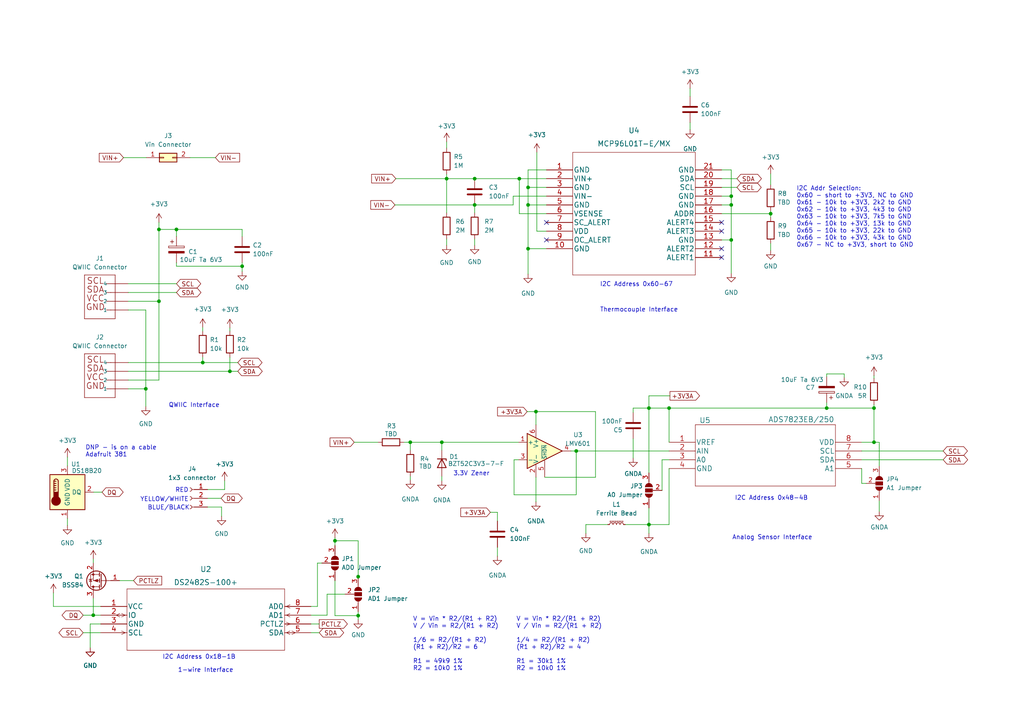
<source format=kicad_sch>
(kicad_sch (version 20211123) (generator eeschema)
  (paper "A4")
  (lib_symbols
    (symbol "+3V3_1" (power) (pin_names (offset 0))
      (property "Value" "+3V3_1" (at 0 3.556 0))
      (symbol "+3V3_1_0_1"
        (polyline (pts (xy -0.762 1.27) (xy 0 2.54)))
        (polyline (pts (xy 0 0) (xy 0 2.54)))
        (polyline (pts (xy 0 2.54) (xy 0.762 1.27)))
      )
      (symbol "+3V3_1_1_1"
        (pin power_in line (at 0 0 90) (length 0) hide (name "+3V3") (number "1"))
      )
    )
    (symbol "+3V3_2" (power) (pin_names (offset 0))
      (property "Value" "+3V3_2" (at 0 3.556 0))
      (symbol "+3V3_2_0_1"
        (polyline (pts (xy -0.762 1.27) (xy 0 2.54)))
        (polyline (pts (xy 0 0) (xy 0 2.54)))
        (polyline (pts (xy 0 2.54) (xy 0.762 1.27)))
      )
      (symbol "+3V3_2_1_1"
        (pin power_in line (at 0 0 90) (length 0) hide (name "+3V3") (number "1"))
      )
    )
    (symbol "+3V3_3" (power) (pin_names (offset 0))
      (property "Value" "+3V3_3" (at 0 3.556 0))
      (symbol "+3V3_3_0_1"
        (polyline (pts (xy -0.762 1.27) (xy 0 2.54)))
        (polyline (pts (xy 0 0) (xy 0 2.54)))
        (polyline (pts (xy 0 2.54) (xy 0.762 1.27)))
      )
      (symbol "+3V3_3_1_1"
        (pin power_in line (at 0 0 90) (length 0) hide (name "+3V3") (number "1"))
      )
    )
    (symbol "+3V3_4" (power) (pin_names (offset 0))
      (property "Value" "+3V3_4" (at 0 3.556 0))
      (symbol "+3V3_4_0_1"
        (polyline (pts (xy -0.762 1.27) (xy 0 2.54)))
        (polyline (pts (xy 0 0) (xy 0 2.54)))
        (polyline (pts (xy 0 2.54) (xy 0.762 1.27)))
      )
      (symbol "+3V3_4_1_1"
        (pin power_in line (at 0 0 90) (length 0) hide (name "+3V3") (number "1"))
      )
    )
    (symbol "+3V3_5" (power) (pin_names (offset 0))
      (property "Value" "+3V3_5" (at 0 3.556 0))
      (symbol "+3V3_5_0_1"
        (polyline (pts (xy -0.762 1.27) (xy 0 2.54)))
        (polyline (pts (xy 0 0) (xy 0 2.54)))
        (polyline (pts (xy 0 2.54) (xy 0.762 1.27)))
      )
      (symbol "+3V3_5_1_1"
        (pin power_in line (at 0 0 90) (length 0) hide (name "+3V3") (number "1"))
      )
    )
    (symbol "Amplifier_Operational:LMV601" (pin_names (offset 0.127))
      (property "Reference" "U" (at 3.81 3.81 0))
      (property "Value" "LMV601" (at 3.81 -3.81 0))
      (symbol "LMV601_0_1"
        (polyline (pts (xy -5.08 5.08) (xy 5.08 0) (xy -5.08 -5.08) (xy -5.08 5.08)) (stroke (width 0.254)) (fill (type background)))
      )
      (symbol "LMV601_1_1"
        (pin input line (at -7.62 2.54 0) (length 2.54) (name "+") (number "1"))
        (pin power_in line (at -2.54 -7.62 90) (length 3.81) (name "V-") (number "2"))
        (pin input line (at -7.62 -2.54 0) (length 2.54) (name "-") (number "3"))
        (pin output line (at 7.62 0 180) (length 2.54) (name "~") (number "4"))
        (pin input line (at 0 -7.62 90) (length 5.08) (name "~{SHDN}") (number "5"))
        (pin power_in line (at -2.54 7.62 270) (length 3.81) (name "V+") (number "6"))
      )
    )
    (symbol "Connector:Conn_01x03_Female" (pin_names (offset 1.016) hide)
      (property "Reference" "J" (at 0 5.08 0))
      (property "Value" "Conn_01x03_Female" (at 0 -5.08 0))
      (symbol "Conn_01x03_Female_1_1"
        (arc (start 0 -2.032) (mid -0.508 -2.54) (end 0 -3.048) (stroke (width 0.1524)))
        (polyline (pts (xy -1.27 -2.54) (xy -0.508 -2.54)) (stroke (width 0.1524)))
        (polyline (pts (xy -1.27 0) (xy -0.508 0)) (stroke (width 0.1524)))
        (polyline (pts (xy -1.27 2.54) (xy -0.508 2.54)) (stroke (width 0.1524)))
        (arc (start 0 0.508) (mid -0.508 0) (end 0 -0.508) (stroke (width 0.1524)))
        (arc (start 0 3.048) (mid -0.508 2.54) (end 0 2.032) (stroke (width 0.1524)))
        (pin passive line (at -5.08 2.54 0) (length 3.81) (name "Pin_1") (number "1"))
        (pin passive line (at -5.08 0 0) (length 3.81) (name "Pin_2") (number "2"))
        (pin passive line (at -5.08 -2.54 0) (length 3.81) (name "Pin_3") (number "3"))
      )
    )
    (symbol "Connector_Generic:Conn_02x01" (pin_names (offset 1.016) hide)
      (property "Reference" "J" (at 1.27 2.54 0))
      (property "Value" "Conn_02x01" (at 1.27 -2.54 0))
      (symbol "Conn_02x01_1_1"
        (rectangle (start -1.27 0.127) (end 0 -0.127) (stroke (width 0.1524)))
        (rectangle (start -1.27 1.27) (end 3.81 -1.27) (stroke (width 0.254)) (fill (type background)))
        (rectangle (start 3.81 0.127) (end 2.54 -0.127) (stroke (width 0.1524)))
        (pin passive line (at -5.08 0 0) (length 3.81) (name "Pin_1") (number "1"))
        (pin passive line (at 7.62 0 180) (length 3.81) (name "Pin_2") (number "2"))
      )
    )
    (symbol "Device:C" (pin_numbers hide) (pin_names (offset 0.254))
      (property "Reference" "C" (at 0.635 2.54 0))
      (property "Value" "C" (at 0.635 -2.54 0))
      (symbol "C_0_1"
        (polyline (pts (xy -2.032 -0.762) (xy 2.032 -0.762)) (stroke (width 0.508)))
        (polyline (pts (xy -2.032 0.762) (xy 2.032 0.762)) (stroke (width 0.508)))
      )
      (symbol "C_1_1"
        (pin passive line (at 0 3.81 270) (length 2.794) (name "~") (number "1"))
        (pin passive line (at 0 -3.81 90) (length 2.794) (name "~") (number "2"))
      )
    )
    (symbol "Device:C_Polarized" (pin_numbers hide) (pin_names (offset 0.254))
      (property "Reference" "C" (at 0.635 2.54 0))
      (property "Value" "C_Polarized" (at 0.635 -2.54 0))
      (symbol "C_Polarized_0_1"
        (rectangle (start -2.286 0.508) (end 2.286 1.016))
        (polyline (pts (xy -1.778 2.286) (xy -0.762 2.286)))
        (polyline (pts (xy -1.27 2.794) (xy -1.27 1.778)))
        (rectangle (start 2.286 -0.508) (end -2.286 -1.016) (fill (type outline)))
      )
      (symbol "C_Polarized_1_1"
        (pin passive line (at 0 3.81 270) (length 2.794) (name "~") (number "1"))
        (pin passive line (at 0 -3.81 90) (length 2.794) (name "~") (number "2"))
      )
    )
    (symbol "Device:D_Zener" (pin_numbers hide) (pin_names (offset 1.016) hide)
      (property "Reference" "D" (at 0 2.54 0))
      (property "Value" "D_Zener" (at 0 -2.54 0))
      (symbol "D_Zener_0_1"
        (polyline (pts (xy 1.27 0) (xy -1.27 0)))
        (polyline (pts (xy -1.27 -1.27) (xy -1.27 1.27) (xy -0.762 1.27)) (stroke (width 0.254)))
        (polyline (pts (xy 1.27 -1.27) (xy 1.27 1.27) (xy -1.27 0) (xy 1.27 -1.27)) (stroke (width 0.254)))
      )
      (symbol "D_Zener_1_1"
        (pin passive line (at -3.81 0 0) (length 2.54) (name "K") (number "1"))
        (pin passive line (at 3.81 0 180) (length 2.54) (name "A") (number "2"))
      )
    )
    (symbol "Device:L_Ferrite_Small" (pin_numbers hide) (pin_names (offset 0.254) hide)
      (property "Reference" "L" (at 1.27 1.016 0))
      (property "Value" "L_Ferrite_Small" (at 1.27 -1.27 0))
      (symbol "L_Ferrite_Small_0_1"
        (arc (start 0 -2.032) (mid 0.508 -1.524) (end 0 -1.016))
        (arc (start 0 -1.016) (mid 0.508 -0.508) (end 0 0))
        (polyline (pts (xy 0.762 -1.905) (xy 0.762 -1.651)))
        (polyline (pts (xy 0.762 -1.397) (xy 0.762 -1.143)))
        (polyline (pts (xy 0.762 -0.889) (xy 0.762 -0.635)))
        (polyline (pts (xy 0.762 -0.381) (xy 0.762 -0.127)))
        (polyline (pts (xy 0.762 0.127) (xy 0.762 0.381)))
        (polyline (pts (xy 0.762 0.635) (xy 0.762 0.889)))
        (polyline (pts (xy 0.762 1.143) (xy 0.762 1.397)))
        (polyline (pts (xy 0.762 1.651) (xy 0.762 1.905)))
        (polyline (pts (xy 1.016 -1.651) (xy 1.016 -1.905)))
        (polyline (pts (xy 1.016 -1.143) (xy 1.016 -1.397)))
        (polyline (pts (xy 1.016 -0.635) (xy 1.016 -0.889)))
        (polyline (pts (xy 1.016 -0.127) (xy 1.016 -0.381)))
        (polyline (pts (xy 1.016 0.381) (xy 1.016 0.127)))
        (polyline (pts (xy 1.016 0.889) (xy 1.016 0.635)))
        (polyline (pts (xy 1.016 1.397) (xy 1.016 1.143)))
        (polyline (pts (xy 1.016 1.905) (xy 1.016 1.651)))
        (arc (start 0 0) (mid 0.508 0.508) (end 0 1.016))
        (arc (start 0 1.016) (mid 0.508 1.524) (end 0 2.032))
      )
      (symbol "L_Ferrite_Small_1_1"
        (pin passive line (at 0 2.54 270) (length 0.508) (name "~") (number "1"))
        (pin passive line (at 0 -2.54 90) (length 0.508) (name "~") (number "2"))
      )
    )
    (symbol "Device:R" (pin_numbers hide) (pin_names (offset 0))
      (property "Reference" "R" (at 2.032 0 90))
      (property "Value" "R" (at 0 0 90))
      (symbol "R_0_1"
        (rectangle (start -1.016 -2.54) (end 1.016 2.54) (stroke (width 0.254)))
      )
      (symbol "R_1_1"
        (pin passive line (at 0 3.81 270) (length 1.27) (name "~") (number "1"))
        (pin passive line (at 0 -3.81 90) (length 1.27) (name "~") (number "2"))
      )
    )
    (symbol "GND_1" (power) (pin_names (offset 0))
      (property "Value" "GND_1" (at 0 -3.81 0))
      (symbol "GND_1_0_1"
        (polyline (pts (xy 0 0) (xy 0 -1.27) (xy 1.27 -1.27) (xy 0 -2.54) (xy -1.27 -1.27) (xy 0 -1.27)))
      )
      (symbol "GND_1_1_1"
        (pin power_in line (at 0 0 270) (length 0) hide (name "GND") (number "1"))
      )
    )
    (symbol "GND_2" (power) (pin_names (offset 0))
      (property "Value" "GND_2" (at 0 -3.81 0))
      (symbol "GND_2_0_1"
        (polyline (pts (xy 0 0) (xy 0 -1.27) (xy 1.27 -1.27) (xy 0 -2.54) (xy -1.27 -1.27) (xy 0 -1.27)))
      )
      (symbol "GND_2_1_1"
        (pin power_in line (at 0 0 270) (length 0) hide (name "GND") (number "1"))
      )
    )
    (symbol "GND_3" (power) (pin_names (offset 0))
      (property "Value" "GND_3" (at 0 -3.81 0))
      (symbol "GND_3_0_1"
        (polyline (pts (xy 0 0) (xy 0 -1.27) (xy 1.27 -1.27) (xy 0 -2.54) (xy -1.27 -1.27) (xy 0 -1.27)))
      )
      (symbol "GND_3_1_1"
        (pin power_in line (at 0 0 270) (length 0) hide (name "GND") (number "1"))
      )
    )
    (symbol "GND_4" (power) (pin_names (offset 0))
      (property "Value" "GND_4" (at 0 -3.81 0))
      (symbol "GND_4_0_1"
        (polyline (pts (xy 0 0) (xy 0 -1.27) (xy 1.27 -1.27) (xy 0 -2.54) (xy -1.27 -1.27) (xy 0 -1.27)))
      )
      (symbol "GND_4_1_1"
        (pin power_in line (at 0 0 270) (length 0) hide (name "GND") (number "1"))
      )
    )
    (symbol "Jumper:SolderJumper_3_Open" (pin_names (offset 0) hide)
      (property "Reference" "JP" (at -2.54 -2.54 0))
      (property "Value" "SolderJumper_3_Open" (at 0 2.794 0))
      (symbol "SolderJumper_3_Open_0_1"
        (arc (start -1.016 1.016) (mid -2.032 0) (end -1.016 -1.016))
        (arc (start -1.016 1.016) (mid -2.032 0) (end -1.016 -1.016) (fill (type outline)))
        (rectangle (start -0.508 1.016) (end 0.508 -1.016) (fill (type outline)))
        (polyline (pts (xy -2.54 0) (xy -2.032 0)))
        (polyline (pts (xy -1.016 1.016) (xy -1.016 -1.016)))
        (polyline (pts (xy 0 -1.27) (xy 0 -1.016)))
        (polyline (pts (xy 1.016 1.016) (xy 1.016 -1.016)))
        (polyline (pts (xy 2.54 0) (xy 2.032 0)))
        (arc (start 1.016 -1.016) (mid 2.032 0) (end 1.016 1.016))
        (arc (start 1.016 -1.016) (mid 2.032 0) (end 1.016 1.016) (fill (type outline)))
      )
      (symbol "SolderJumper_3_Open_1_1"
        (pin passive line (at -5.08 0 0) (length 2.54) (name "A") (number "1"))
        (pin passive line (at 0 -3.81 90) (length 2.54) (name "C") (number "2"))
        (pin passive line (at 5.08 0 180) (length 2.54) (name "B") (number "3"))
      )
    )
    (symbol "Sensor_Temperature:DS18B20" (pin_names (offset 1.016))
      (property "Reference" "U" (at -3.81 6.35 0))
      (property "Value" "DS18B20" (at 6.35 6.35 0))
      (symbol "DS18B20_0_1"
        (rectangle (start -5.08 5.08) (end 5.08 -5.08) (stroke (width 0.254)) (fill (type background)))
        (circle (center -3.302 -2.54) (radius 1.27) (stroke (width 0.254)) (fill (type outline)))
        (rectangle (start -2.667 -1.905) (end -3.937 0) (stroke (width 0.254)) (fill (type outline)))
        (arc (start -2.667 3.175) (mid -3.302 3.81) (end -3.937 3.175) (stroke (width 0.254)))
        (polyline (pts (xy -3.937 0.635) (xy -3.302 0.635)) (stroke (width 0.254)))
        (polyline (pts (xy -3.937 1.27) (xy -3.302 1.27)) (stroke (width 0.254)))
        (polyline (pts (xy -3.937 1.905) (xy -3.302 1.905)) (stroke (width 0.254)))
        (polyline (pts (xy -3.937 2.54) (xy -3.302 2.54)) (stroke (width 0.254)))
        (polyline (pts (xy -3.937 3.175) (xy -3.937 0)) (stroke (width 0.254)))
        (polyline (pts (xy -3.937 3.175) (xy -3.302 3.175)) (stroke (width 0.254)))
        (polyline (pts (xy -2.667 3.175) (xy -2.667 0)) (stroke (width 0.254)))
      )
      (symbol "DS18B20_1_1"
        (pin power_in line (at 0 -7.62 90) (length 2.54) (name "GND") (number "1"))
        (pin bidirectional line (at 7.62 0 180) (length 2.54) (name "DQ") (number "2"))
        (pin power_in line (at 0 7.62 270) (length 2.54) (name "VDD") (number "3"))
      )
    )
    (symbol "SparkFun-Connectors:I2C_STANDARD" (pin_numbers hide) (pin_names (offset 1.016))
      (property "Reference" "J" (at -2.54 13.462 0))
      (property "Value" "I2C_STANDARD" (at -2.54 -2.54 0))
      (symbol "I2C_STANDARD_1_0"
        (polyline (pts (xy -2.54 12.7) (xy -2.54 0)))
        (polyline (pts (xy -2.54 12.7) (xy 6.35 12.7)))
        (polyline (pts (xy 3.81 2.54) (xy 5.08 2.54)))
        (polyline (pts (xy 3.81 5.08) (xy 5.08 5.08)))
        (polyline (pts (xy 3.81 7.62) (xy 5.08 7.62)))
        (polyline (pts (xy 3.81 10.16) (xy 5.08 10.16)))
        (polyline (pts (xy 6.35 0) (xy -2.54 0)))
        (polyline (pts (xy 6.35 0) (xy 6.35 12.7)))
        (text "GND" (at 0.635 3.429 0) (effects (font (size 1.778 1.778))))
        (text "SCL" (at 0.635 11.049 0) (effects (font (size 1.778 1.778))))
        (text "SDA" (at 0.635 8.509 0) (effects (font (size 1.778 1.778))))
        (text "VCC" (at 0.635 5.969 0) (effects (font (size 1.778 1.778))))
      )
      (symbol "I2C_STANDARD_1_1"
        (pin passive line (at 10.16 2.54 180) (length 5.08) (name "1") (number "1"))
        (pin passive line (at 10.16 5.08 180) (length 5.08) (name "2") (number "2"))
        (pin passive line (at 10.16 7.62 180) (length 5.08) (name "3") (number "3"))
        (pin passive line (at 10.16 10.16 180) (length 5.08) (name "4") (number "4"))
      )
    )
    (symbol "Transistor_FET:BSS84" (pin_names hide)
      (property "Reference" "Q" (at 5.08 1.905 0))
      (property "Value" "BSS84" (at 5.08 0 0))
      (symbol "BSS84_0_1"
        (polyline (pts (xy 0.254 0) (xy -2.54 0)))
        (polyline (pts (xy 0.254 1.905) (xy 0.254 -1.905)) (stroke (width 0.254)))
        (polyline (pts (xy 0.762 -1.27) (xy 0.762 -2.286)) (stroke (width 0.254)))
        (polyline (pts (xy 0.762 0.508) (xy 0.762 -0.508)) (stroke (width 0.254)))
        (polyline (pts (xy 0.762 2.286) (xy 0.762 1.27)) (stroke (width 0.254)))
        (polyline (pts (xy 2.54 2.54) (xy 2.54 1.778)))
        (polyline (pts (xy 2.54 -2.54) (xy 2.54 0) (xy 0.762 0)))
        (polyline (pts (xy 0.762 1.778) (xy 3.302 1.778) (xy 3.302 -1.778) (xy 0.762 -1.778)))
        (polyline (pts (xy 2.286 0) (xy 1.27 0.381) (xy 1.27 -0.381) (xy 2.286 0)) (fill (type outline)))
        (polyline (pts (xy 2.794 -0.508) (xy 2.921 -0.381) (xy 3.683 -0.381) (xy 3.81 -0.254)))
        (polyline (pts (xy 3.302 -0.381) (xy 2.921 0.254) (xy 3.683 0.254) (xy 3.302 -0.381)))
        (circle (center 1.651 0) (radius 2.794) (stroke (width 0.254)))
        (circle (center 2.54 -1.778) (radius 0.254) (fill (type outline)))
        (circle (center 2.54 1.778) (radius 0.254) (fill (type outline)))
      )
      (symbol "BSS84_1_1"
        (pin input line (at -5.08 0 0) (length 2.54) (name "G") (number "1"))
        (pin passive line (at 2.54 -5.08 90) (length 2.54) (name "S") (number "2"))
        (pin passive line (at 2.54 5.08 270) (length 2.54) (name "D") (number "3"))
      )
    )
    (symbol "UltraLibrarian:ADS7823EB{brace}slash}250" (pin_names (offset 0.254))
      (property "Reference" "U" (at 27.94 10.16 0))
      (property "Value" "ADS7823EB{brace}slash}250" (at 27.94 7.62 0))
      (symbol "ADS7823EB{brace}slash}250_1_1"
        (polyline (pts (xy 7.62 -12.7) (xy 48.26 -12.7)) (stroke (width 0.127)))
        (polyline (pts (xy 7.62 5.08) (xy 7.62 -12.7)) (stroke (width 0.127)))
        (polyline (pts (xy 48.26 -12.7) (xy 48.26 5.08)) (stroke (width 0.127)))
        (polyline (pts (xy 48.26 5.08) (xy 7.62 5.08)) (stroke (width 0.127)))
        (pin input line (at 0 0 0) (length 7.62) (name "VREF") (number "1"))
        (pin input line (at 0 -2.54 0) (length 7.62) (name "AIN") (number "2"))
        (pin unspecified line (at 0 -5.08 0) (length 7.62) (name "A0") (number "3"))
        (pin power_in line (at 0 -7.62 0) (length 7.62) (name "GND") (number "4"))
        (pin unspecified line (at 55.88 -7.62 180) (length 7.62) (name "A1") (number "5"))
        (pin unspecified line (at 55.88 -5.08 180) (length 7.62) (name "SDA") (number "6"))
        (pin unspecified line (at 55.88 -2.54 180) (length 7.62) (name "SCL") (number "7"))
        (pin power_in line (at 55.88 0 180) (length 7.62) (name "VDD") (number "8"))
      )
    )
    (symbol "UltraLibrarian:DS2482S-100+" (pin_names (offset 0.254))
      (property "Reference" "U" (at 30.48 10.16 0))
      (property "Value" "DS2482S-100+" (at 30.48 7.62 0))
      (symbol "DS2482S-100+_1_1"
        (polyline (pts (xy 5.5372 -3.048) (xy 4.4958 -2.54)) (stroke (width 0.127)))
        (polyline (pts (xy 5.5372 -2.032) (xy 4.4958 -2.54)) (stroke (width 0.127)))
        (polyline (pts (xy 7.112 -7.62) (xy 6.0452 -8.128)) (stroke (width 0.127)))
        (polyline (pts (xy 7.112 -7.62) (xy 6.0452 -7.112)) (stroke (width 0.127)))
        (polyline (pts (xy 7.112 -2.54) (xy 6.0452 -3.048)) (stroke (width 0.127)))
        (polyline (pts (xy 7.112 -2.54) (xy 6.0452 -2.032)) (stroke (width 0.127)))
        (polyline (pts (xy 7.62 -12.7) (xy 53.34 -12.7)) (stroke (width 0.127)))
        (polyline (pts (xy 7.62 5.08) (xy 7.62 -12.7)) (stroke (width 0.127)))
        (polyline (pts (xy 53.34 -12.7) (xy 53.34 5.08)) (stroke (width 0.127)))
        (polyline (pts (xy 53.34 5.08) (xy 7.62 5.08)) (stroke (width 0.127)))
        (polyline (pts (xy 53.848 -7.62) (xy 54.9148 -8.128)) (stroke (width 0.127)))
        (polyline (pts (xy 53.848 -7.62) (xy 54.9148 -7.112)) (stroke (width 0.127)))
        (polyline (pts (xy 53.848 -5.588) (xy 54.9148 -5.08)) (stroke (width 0.127)))
        (polyline (pts (xy 53.848 -4.572) (xy 54.9148 -5.08)) (stroke (width 0.127)))
        (polyline (pts (xy 53.848 -2.54) (xy 54.9148 -3.048)) (stroke (width 0.127)))
        (polyline (pts (xy 53.848 -2.54) (xy 54.9148 -2.032)) (stroke (width 0.127)))
        (polyline (pts (xy 53.848 0) (xy 54.9148 -0.508)) (stroke (width 0.127)))
        (polyline (pts (xy 53.848 0) (xy 54.9148 0.508)) (stroke (width 0.127)))
        (polyline (pts (xy 55.4228 -8.128) (xy 56.4642 -7.62)) (stroke (width 0.127)))
        (polyline (pts (xy 55.4228 -7.112) (xy 56.4642 -7.62)) (stroke (width 0.127)))
        (pin power_in line (at 0 0 0) (length 7.62) (name "VCC") (number "1"))
        (pin bidirectional line (at 0 -2.54 0) (length 7.62) (name "IO") (number "2"))
        (pin power_in line (at 0 -5.08 0) (length 7.62) (name "GND") (number "3"))
        (pin input line (at 0 -7.62 0) (length 7.62) (name "SCL") (number "4"))
        (pin bidirectional line (at 60.96 -7.62 180) (length 7.62) (name "SDA") (number "5"))
        (pin output line (at 60.96 -5.08 180) (length 7.62) (name "PCTLZ") (number "6"))
        (pin input line (at 60.96 -2.54 180) (length 7.62) (name "AD1") (number "7"))
        (pin input line (at 60.96 0 180) (length 7.62) (name "AD0") (number "8"))
      )
    )
    (symbol "UltraLibrarian:MCP96L01T-E{brace}slash}MX" (pin_names (offset 0.254))
      (property "Reference" "U" (at 25.4 10.16 0))
      (property "Value" "MCP96L01T-E{brace}slash}MX" (at 25.4 7.62 0))
      (symbol "MCP96L01T-E{brace}slash}MX_1_1"
        (polyline (pts (xy 7.62 -30.48) (xy 43.18 -30.48)) (stroke (width 0.127)))
        (polyline (pts (xy 7.62 5.08) (xy 7.62 -30.48)) (stroke (width 0.127)))
        (polyline (pts (xy 43.18 -30.48) (xy 43.18 5.08)) (stroke (width 0.127)))
        (polyline (pts (xy 43.18 5.08) (xy 7.62 5.08)) (stroke (width 0.127)))
        (pin power_in line (at 0 0 0) (length 7.62) (name "GND") (number "1"))
        (pin power_in line (at 0 -22.86 0) (length 7.62) (name "GND") (number "10"))
        (pin output line (at 50.8 -25.4 180) (length 7.62) (name "ALERT1") (number "11"))
        (pin output line (at 50.8 -22.86 180) (length 7.62) (name "ALERT2") (number "12"))
        (pin power_in line (at 50.8 -20.32 180) (length 7.62) (name "GND") (number "13"))
        (pin output line (at 50.8 -17.78 180) (length 7.62) (name "ALERT3") (number "14"))
        (pin output line (at 50.8 -15.24 180) (length 7.62) (name "ALERT4") (number "15"))
        (pin input line (at 50.8 -12.7 180) (length 7.62) (name "ADDR") (number "16"))
        (pin power_in line (at 50.8 -10.16 180) (length 7.62) (name "GND") (number "17"))
        (pin power_in line (at 50.8 -7.62 180) (length 7.62) (name "GND") (number "18"))
        (pin input line (at 50.8 -5.08 180) (length 7.62) (name "SCL") (number "19"))
        (pin input line (at 0 -2.54 0) (length 7.62) (name "VIN+") (number "2"))
        (pin bidirectional line (at 50.8 -2.54 180) (length 7.62) (name "SDA") (number "20"))
        (pin power_in line (at 50.8 0 180) (length 7.62) (name "GND") (number "21"))
        (pin power_in line (at 0 -5.08 0) (length 7.62) (name "GND") (number "3"))
        (pin input line (at 0 -7.62 0) (length 7.62) (name "VIN-") (number "4"))
        (pin power_in line (at 0 -10.16 0) (length 7.62) (name "GND") (number "5"))
        (pin input line (at 0 -12.7 0) (length 7.62) (name "VSENSE") (number "6"))
        (pin output line (at 0 -15.24 0) (length 7.62) (name "SC_ALERT") (number "7"))
        (pin power_in line (at 0 -17.78 0) (length 7.62) (name "VDD") (number "8"))
        (pin output line (at 0 -20.32 0) (length 7.62) (name "OC_ALERT") (number "9"))
      )
    )
    (symbol "power:+3V3" (power) (pin_names (offset 0))
      (property "Value" "+3V3" (at 0 3.556 0))
      (symbol "+3V3_0_1"
        (polyline (pts (xy -0.762 1.27) (xy 0 2.54)))
        (polyline (pts (xy 0 0) (xy 0 2.54)))
        (polyline (pts (xy 0 2.54) (xy 0.762 1.27)))
      )
      (symbol "+3V3_1_1"
        (pin power_in line (at 0 0 90) (length 0) hide (name "+3V3") (number "1"))
      )
    )
    (symbol "power:GND" (power) (pin_names (offset 0))
      (property "Value" "GND" (at 0 -3.81 0))
      (symbol "GND_0_1"
        (polyline (pts (xy 0 0) (xy 0 -1.27) (xy 1.27 -1.27) (xy 0 -2.54) (xy -1.27 -1.27) (xy 0 -1.27)))
      )
      (symbol "GND_1_1"
        (pin power_in line (at 0 0 270) (length 0) hide (name "GND") (number "1"))
      )
    )
    (symbol "power:GNDA" (power) (pin_names (offset 0))
      (property "Value" "GNDA" (at 0 -3.81 0))
      (symbol "GNDA_0_1"
        (polyline (pts (xy 0 0) (xy 0 -1.27) (xy 1.27 -1.27) (xy 0 -2.54) (xy -1.27 -1.27) (xy 0 -1.27)))
      )
      (symbol "GNDA_1_1"
        (pin power_in line (at 0 0 270) (length 0) hide (name "GNDA") (number "1"))
      )
    )
  )
  (junction (at 223.52 61.976))
  (junction (at 239.776 118.364))
  (junction (at 103.886 167.259))
  (junction (at 137.668 59.436))
  (junction (at 253.492 118.364))
  (junction (at 212.09 69.596))
  (junction (at 70.231 77.216))
  (junction (at 212.09 59.436))
  (junction (at 46.101 66.548))
  (junction (at 194.056 118.364))
  (junction (at 188.214 152.146))
  (junction (at 253.492 128.27))
  (junction (at 153.162 59.436))
  (junction (at 167.132 130.81))
  (junction (at 153.162 72.136))
  (junction (at 97.155 156.845))
  (junction (at 150.622 51.816))
  (junction (at 129.54 51.816))
  (junction (at 42.291 112.776))
  (junction (at 118.999 128.27))
  (junction (at 153.162 54.356))
  (junction (at 137.668 51.816))
  (junction (at 51.181 66.548))
  (junction (at 128.143 128.27))
  (junction (at 212.09 56.896))
  (junction (at 58.801 105.156))
  (junction (at 46.101 87.376))
  (junction (at 103.886 178.562))
  (junction (at 27.051 178.435))
  (junction (at 155.448 119.38))
  (junction (at 66.675 107.696))
  (junction (at 188.214 118.364))
  (no_connect (at 158.496 64.516))
  (no_connect (at 158.496 69.596))
  (no_connect (at 209.296 67.056))
  (no_connect (at 209.296 74.676))
  (no_connect (at 209.296 64.516))
  (no_connect (at 209.296 72.136))
  (wire (pts (xy 118.999 128.27) (xy 118.999 130.556)))
  (wire (pts (xy 27.178 142.748) (xy 29.591 142.748)))
  (wire (pts (xy 42.291 112.776) (xy 42.291 89.916)))
  (wire (pts (xy 26.162 187.833) (xy 26.162 180.975)))
  (wire (pts (xy 158.496 59.436) (xy 153.162 59.436)))
  (wire (pts (xy 103.886 167.513) (xy 103.886 167.259)))
  (wire (pts (xy 118.999 128.27) (xy 128.143 128.27)))
  (wire (pts (xy 137.668 61.722) (xy 137.668 59.436)))
  (wire (pts (xy 15.494 171.958) (xy 15.494 175.895)))
  (wire (pts (xy 212.09 69.596) (xy 209.296 69.596)))
  (wire (pts (xy 212.09 49.276) (xy 212.09 56.896)))
  (wire (pts (xy 183.642 119.634) (xy 183.642 118.364)))
  (wire (pts (xy 209.296 54.356) (xy 213.741 54.356)))
  (wire (pts (xy 172.72 138.43) (xy 157.988 138.43)))
  (wire (pts (xy 150.622 61.976) (xy 150.622 51.816)))
  (wire (pts (xy 152.908 119.38) (xy 155.448 119.38)))
  (wire (pts (xy 239.776 116.84) (xy 239.776 118.364)))
  (wire (pts (xy 55.118 45.72) (xy 62.484 45.72)))
  (wire (pts (xy 153.162 49.276) (xy 153.162 54.356)))
  (wire (pts (xy 239.776 108.458) (xy 244.856 108.458)))
  (wire (pts (xy 70.231 66.548) (xy 70.231 68.58)))
  (wire (pts (xy 70.231 77.216) (xy 70.231 78.74)))
  (wire (pts (xy 188.214 114.808) (xy 188.214 118.364)))
  (wire (pts (xy 103.886 167.259) (xy 103.886 156.845)))
  (wire (pts (xy 249.936 128.27) (xy 253.492 128.27)))
  (wire (pts (xy 169.926 154.686) (xy 169.926 152.146)))
  (wire (pts (xy 90.17 183.515) (xy 92.583 183.515)))
  (wire (pts (xy 192.024 142.24) (xy 192.024 133.35)))
  (wire (pts (xy 142.24 148.59) (xy 144.272 148.59)))
  (wire (pts (xy 137.668 51.816) (xy 150.622 51.816)))
  (wire (pts (xy 144.272 158.75) (xy 144.272 161.29)))
  (wire (pts (xy 66.675 95.123) (xy 66.675 96.012)))
  (wire (pts (xy 60.198 141.986) (xy 65.151 141.986)))
  (wire (pts (xy 144.272 148.59) (xy 144.272 151.13)))
  (wire (pts (xy 158.496 49.276) (xy 153.162 49.276)))
  (wire (pts (xy 92.075 163.322) (xy 93.345 163.322)))
  (wire (pts (xy 35.814 45.72) (xy 42.418 45.72)))
  (wire (pts (xy 26.162 180.975) (xy 29.21 180.975)))
  (wire (pts (xy 137.668 69.342) (xy 137.668 71.12)))
  (wire (pts (xy 155.702 44.196) (xy 155.702 67.056)))
  (wire (pts (xy 150.622 51.816) (xy 158.496 51.816)))
  (wire (pts (xy 194.056 118.364) (xy 239.776 118.364)))
  (wire (pts (xy 223.52 50.419) (xy 223.52 53.594)))
  (wire (pts (xy 128.143 128.27) (xy 128.143 130.556)))
  (wire (pts (xy 188.214 147.32) (xy 188.214 152.146)))
  (wire (pts (xy 153.162 72.136) (xy 158.496 72.136)))
  (wire (pts (xy 253.492 118.364) (xy 253.492 128.27)))
  (wire (pts (xy 153.162 54.356) (xy 153.162 59.436)))
  (wire (pts (xy 148.844 56.896) (xy 148.844 59.436)))
  (wire (pts (xy 90.17 178.435) (xy 94.869 178.435)))
  (wire (pts (xy 255.016 135.128) (xy 255.016 128.27)))
  (wire (pts (xy 19.558 150.368) (xy 19.558 152.4)))
  (wire (pts (xy 97.155 178.562) (xy 103.886 178.562)))
  (wire (pts (xy 212.09 56.896) (xy 212.09 59.436)))
  (wire (pts (xy 129.54 41.148) (xy 129.54 42.926)))
  (wire (pts (xy 58.801 105.156) (xy 68.961 105.156)))
  (wire (pts (xy 155.448 119.38) (xy 155.448 123.19)))
  (wire (pts (xy 46.101 66.548) (xy 51.181 66.548)))
  (wire (pts (xy 249.936 135.89) (xy 249.936 140.208)))
  (wire (pts (xy 97.155 156.845) (xy 103.886 156.845)))
  (wire (pts (xy 167.132 143.51) (xy 167.132 130.81)))
  (wire (pts (xy 149.098 143.51) (xy 167.132 143.51)))
  (wire (pts (xy 51.181 66.548) (xy 51.181 68.58)))
  (wire (pts (xy 34.671 168.402) (xy 38.735 168.402)))
  (wire (pts (xy 46.101 64.516) (xy 46.101 66.548)))
  (wire (pts (xy 97.155 155.956) (xy 97.155 156.845)))
  (wire (pts (xy 149.098 133.35) (xy 149.098 143.51)))
  (wire (pts (xy 167.132 130.81) (xy 194.056 130.81)))
  (wire (pts (xy 129.54 51.816) (xy 137.668 51.816)))
  (wire (pts (xy 209.296 56.896) (xy 212.09 56.896)))
  (wire (pts (xy 155.448 119.38) (xy 172.72 119.38)))
  (wire (pts (xy 212.09 69.596) (xy 212.09 59.436)))
  (wire (pts (xy 103.886 178.562) (xy 103.886 179.705)))
  (wire (pts (xy 209.296 61.976) (xy 223.52 61.976)))
  (wire (pts (xy 90.17 175.895) (xy 92.075 175.895)))
  (wire (pts (xy 37.211 107.696) (xy 66.675 107.696)))
  (wire (pts (xy 194.056 135.89) (xy 194.056 152.146)))
  (wire (pts (xy 37.211 84.836) (xy 51.181 84.836)))
  (wire (pts (xy 253.492 117.348) (xy 253.492 118.364)))
  (wire (pts (xy 169.926 152.146) (xy 176.276 152.146)))
  (wire (pts (xy 128.143 138.176) (xy 128.143 139.446)))
  (wire (pts (xy 223.52 61.976) (xy 223.52 62.992)))
  (wire (pts (xy 158.496 61.976) (xy 150.622 61.976)))
  (wire (pts (xy 103.886 177.419) (xy 103.886 178.562)))
  (wire (pts (xy 117.221 128.27) (xy 118.999 128.27)))
  (wire (pts (xy 155.448 138.43) (xy 155.448 145.542)))
  (wire (pts (xy 97.155 156.845) (xy 97.155 158.242)))
  (wire (pts (xy 24.13 183.515) (xy 29.21 183.515)))
  (wire (pts (xy 249.936 130.81) (xy 273.558 130.81)))
  (wire (pts (xy 94.869 178.435) (xy 94.869 172.339)))
  (wire (pts (xy 137.668 59.436) (xy 148.844 59.436)))
  (wire (pts (xy 212.09 59.436) (xy 209.296 59.436)))
  (wire (pts (xy 27.051 173.482) (xy 27.051 178.435)))
  (wire (pts (xy 158.496 54.356) (xy 153.162 54.356)))
  (wire (pts (xy 97.155 168.402) (xy 97.155 178.562)))
  (wire (pts (xy 255.016 128.27) (xy 253.492 128.27)))
  (wire (pts (xy 58.801 103.632) (xy 58.801 105.156)))
  (wire (pts (xy 29.21 175.895) (xy 15.494 175.895)))
  (wire (pts (xy 65.151 141.986) (xy 65.151 139.446)))
  (wire (pts (xy 94.869 172.339) (xy 100.076 172.339)))
  (wire (pts (xy 194.31 114.808) (xy 188.214 114.808)))
  (wire (pts (xy 255.016 145.288) (xy 255.016 148.336)))
  (wire (pts (xy 129.54 69.342) (xy 129.54 71.12)))
  (wire (pts (xy 223.52 70.612) (xy 223.52 72.644)))
  (wire (pts (xy 129.54 50.546) (xy 129.54 51.816)))
  (wire (pts (xy 42.291 117.856) (xy 42.291 112.776)))
  (wire (pts (xy 153.162 59.436) (xy 153.162 72.136)))
  (wire (pts (xy 64.262 147.066) (xy 64.262 149.733)))
  (wire (pts (xy 37.211 110.236) (xy 46.101 110.236)))
  (wire (pts (xy 60.198 147.066) (xy 64.262 147.066)))
  (wire (pts (xy 70.231 76.2) (xy 70.231 77.216)))
  (wire (pts (xy 165.608 130.81) (xy 167.132 130.81)))
  (wire (pts (xy 129.54 51.816) (xy 129.54 61.722)))
  (wire (pts (xy 158.496 56.896) (xy 148.844 56.896)))
  (wire (pts (xy 209.296 49.276) (xy 212.09 49.276)))
  (wire (pts (xy 102.743 128.27) (xy 109.601 128.27)))
  (wire (pts (xy 118.999 138.176) (xy 118.999 139.192)))
  (wire (pts (xy 212.09 79.248) (xy 212.09 69.596)))
  (wire (pts (xy 209.296 51.816) (xy 213.741 51.816)))
  (wire (pts (xy 90.17 180.975) (xy 92.583 180.975)))
  (wire (pts (xy 42.291 89.916) (xy 37.211 89.916)))
  (wire (pts (xy 51.181 66.548) (xy 70.231 66.548)))
  (wire (pts (xy 239.776 109.22) (xy 239.776 108.458)))
  (wire (pts (xy 181.356 152.146) (xy 188.214 152.146)))
  (wire (pts (xy 239.776 118.364) (xy 253.492 118.364)))
  (wire (pts (xy 37.211 112.776) (xy 42.291 112.776)))
  (wire (pts (xy 51.181 77.216) (xy 70.231 77.216)))
  (wire (pts (xy 200.152 25.654) (xy 200.152 27.94)))
  (wire (pts (xy 244.856 108.458) (xy 244.856 109.474)))
  (wire (pts (xy 46.101 110.236) (xy 46.101 87.376)))
  (wire (pts (xy 66.675 107.696) (xy 68.961 107.696)))
  (wire (pts (xy 194.056 152.146) (xy 188.214 152.146)))
  (wire (pts (xy 114.554 59.436) (xy 137.668 59.436)))
  (wire (pts (xy 19.558 132.588) (xy 19.558 135.128)))
  (wire (pts (xy 37.211 87.376) (xy 46.101 87.376)))
  (wire (pts (xy 128.143 128.27) (xy 150.368 128.27)))
  (wire (pts (xy 200.152 35.56) (xy 200.152 37.592)))
  (wire (pts (xy 192.024 133.35) (xy 194.056 133.35)))
  (wire (pts (xy 249.936 140.208) (xy 251.206 140.208)))
  (wire (pts (xy 183.642 127.254) (xy 183.642 132.842)))
  (wire (pts (xy 188.214 118.364) (xy 194.056 118.364)))
  (wire (pts (xy 194.056 118.364) (xy 194.056 128.27)))
  (wire (pts (xy 249.936 133.35) (xy 273.558 133.35)))
  (wire (pts (xy 253.492 108.966) (xy 253.492 109.728)))
  (wire (pts (xy 37.211 105.156) (xy 58.801 105.156)))
  (wire (pts (xy 27.051 178.435) (xy 29.21 178.435)))
  (wire (pts (xy 223.52 61.214) (xy 223.52 61.976)))
  (wire (pts (xy 51.181 76.2) (xy 51.181 77.216)))
  (wire (pts (xy 66.675 103.632) (xy 66.675 107.696)))
  (wire (pts (xy 92.075 175.895) (xy 92.075 163.322)))
  (wire (pts (xy 183.642 118.364) (xy 188.214 118.364)))
  (wire (pts (xy 60.198 144.526) (xy 64.135 144.526)))
  (wire (pts (xy 129.54 51.816) (xy 114.808 51.816)))
  (wire (pts (xy 24.13 178.435) (xy 27.051 178.435)))
  (wire (pts (xy 155.702 67.056) (xy 158.496 67.056)))
  (wire (pts (xy 188.214 152.146) (xy 188.214 154.686)))
  (wire (pts (xy 46.101 66.548) (xy 46.101 87.376)))
  (wire (pts (xy 172.72 119.38) (xy 172.72 138.43)))
  (wire (pts (xy 58.801 94.996) (xy 58.801 96.012)))
  (wire (pts (xy 150.368 133.35) (xy 149.098 133.35)))
  (wire (pts (xy 27.051 162.179) (xy 27.051 163.322)))
  (wire (pts (xy 37.211 82.296) (xy 51.181 82.296)))
  (wire (pts (xy 188.214 118.364) (xy 188.214 137.16)))
  (wire (pts (xy 153.162 79.502) (xy 153.162 72.136)))
  (text "I2C Address 0x48-4B" (at 213.106 145.288 0) (effects (font (size 1.27 1.27)) (justify left bottom)))
  (text "YELLOW/WHITE" (at 40.64 145.669 0) (effects (font (size 1.27 1.27)) (justify left bottom)))
  (text "DNP - is on a cable\nAdafruit 381" (at 24.765 132.715 0) (effects (font (size 1.27 1.27)) (justify left bottom)))
  (text "BLUE/BLACK" (at 42.799 148.082 0) (effects (font (size 1.27 1.27)) (justify left bottom)))
  (text "V = Vin * R2/(R1 + R2)\nV / Vin = R2/(R1 + R2)\n\n1/6 = R2/(R1 + R2)\n(R1 + R2)/R2 = 6\n\nR1 = 49k9 1%\nR2 = 10k0 1%" (at 119.761 194.691 0) (effects (font (size 1.27 1.27)) (justify left bottom)))
  (text "RED" (at 50.8 143.002 0) (effects (font (size 1.27 1.27)) (justify left bottom)))
  (text "I2C Address 0x18-1B" (at 47.117 191.389 0) (effects (font (size 1.27 1.27)) (justify left bottom)))
  (text "3.3V Zener" (at 131.445 138.176 0) (effects (font (size 1.27 1.27)) (justify left bottom)))
  (text "Thermocouple Interface" (at 173.99 90.678 0) (effects (font (size 1.27 1.27)) (justify left bottom)))
  (text "Analog Sensor Interface" (at 212.344 156.718 0) (effects (font (size 1.27 1.27)) (justify left bottom)))
  (text "QWIIC Interface" (at 48.895 118.364 0) (effects (font (size 1.27 1.27)) (justify left bottom)))
  (text "I2C Addr Selection:\n0x60 - short to +3V3, NC to GND\n0x61 - 10k to +3V3, 2k2 to GND\n0x62 - 10k to +3V3, 4k3 to GND\n0x63 - 10k to +3V3, 7k5 to GND\n0x64 - 10k to +3V3, 13k to GND\n0x65 - 10k to +3V3, 22k to GND\n0x66 - 10k to +3V3, 43k to GND\n0x67 - NC to +3V3, short to GND" (at 231.013 71.882 0) (effects (font (size 1.27 1.27)) (justify left bottom)))
  (text "V = Vin * R2/(R1 + R2)\nV / Vin = R2/(R1 + R2)\n\n1/4 = R2/(R1 + R2)\n(R1 + R2)/R2 = 4\n\nR1 = 30k1 1%\nR2 = 10k0 1%" (at 149.733 194.691 0) (effects (font (size 1.27 1.27)) (justify left bottom)))
  (text "1-wire Interface" (at 51.562 195.199 0) (effects (font (size 1.27 1.27)) (justify left bottom)))
  (text "I2C Address 0x60-67" (at 173.99 83.312 0) (effects (font (size 1.27 1.27)) (justify left bottom)))
  (global_label "SCL" (shape bidirectional) (at 24.13 183.515 180) (property "Intersheet References" "${INTERSHEET_REFS}" (effects hide)))
  (global_label "+3V3A" (shape output) (at 194.31 114.808 0) (property "Intersheet References" "${INTERSHEET_REFS}" (effects hide)))
  (global_label "SCL" (shape bidirectional) (at 213.741 54.356 0) (property "Intersheet References" "${INTERSHEET_REFS}" (effects hide)))
  (global_label "SCL" (shape bidirectional) (at 51.181 82.296 0) (property "Intersheet References" "${INTERSHEET_REFS}" (effects hide)))
  (global_label "VIN+" (shape input) (at 35.814 45.72 180) (property "Intersheet References" "${INTERSHEET_REFS}" (effects hide)))
  (global_label "PCTLZ" (shape input) (at 38.735 168.402 0) (property "Intersheet References" "${INTERSHEET_REFS}" (effects hide)))
  (global_label "SDA" (shape bidirectional) (at 273.558 133.35 0) (property "Intersheet References" "${INTERSHEET_REFS}" (effects hide)))
  (global_label "SCL" (shape bidirectional) (at 273.558 130.81 0) (property "Intersheet References" "${INTERSHEET_REFS}" (effects hide)))
  (global_label "VIN+" (shape input) (at 114.808 51.816 180) (property "Intersheet References" "${INTERSHEET_REFS}" (effects hide)))
  (global_label "+3V3A" (shape input) (at 142.24 148.59 180) (property "Intersheet References" "${INTERSHEET_REFS}" (effects hide)))
  (global_label "VIN+" (shape input) (at 102.743 128.27 180) (property "Intersheet References" "${INTERSHEET_REFS}" (effects hide)))
  (global_label "DQ" (shape bidirectional) (at 64.135 144.526 0) (property "Intersheet References" "${INTERSHEET_REFS}" (effects hide)))
  (global_label "PCTLZ" (shape output) (at 92.583 180.975 0) (property "Intersheet References" "${INTERSHEET_REFS}" (effects hide)))
  (global_label "VIN-" (shape input) (at 62.484 45.72 0) (property "Intersheet References" "${INTERSHEET_REFS}" (effects hide)))
  (global_label "+3V3A" (shape input) (at 152.908 119.38 180) (property "Intersheet References" "${INTERSHEET_REFS}" (effects hide)))
  (global_label "DQ" (shape bidirectional) (at 29.591 142.748 0) (property "Intersheet References" "${INTERSHEET_REFS}" (effects hide)))
  (global_label "VIN-" (shape input) (at 114.554 59.436 180) (property "Intersheet References" "${INTERSHEET_REFS}" (effects hide)))
  (global_label "SDA" (shape bidirectional) (at 92.583 183.515 0) (property "Intersheet References" "${INTERSHEET_REFS}" (effects hide)))
  (global_label "SCL" (shape bidirectional) (at 68.961 105.156 0) (property "Intersheet References" "${INTERSHEET_REFS}" (effects hide)))
  (global_label "DQ" (shape bidirectional) (at 24.13 178.435 180) (property "Intersheet References" "${INTERSHEET_REFS}" (effects hide)))
  (global_label "SDA" (shape bidirectional) (at 68.961 107.696 0) (property "Intersheet References" "${INTERSHEET_REFS}" (effects hide)))
  (global_label "SDA" (shape bidirectional) (at 51.181 84.836 0) (property "Intersheet References" "${INTERSHEET_REFS}" (effects hide)))
  (global_label "SDA" (shape bidirectional) (at 213.741 51.816 0) (property "Intersheet References" "${INTERSHEET_REFS}" (effects hide)))
  (symbol (lib_id "Device:R") (at 129.54 46.736 0) (unit 1)
    (property "Reference" "R5" (at 131.572 45.4659 0) (effects (justify left)))
    (property "Value" "1M" (at 131.572 48.0059 0) (effects (justify left)))
    (property "Footprint" "Resistor_SMD:R_0805_2012Metric_Pad1.20x1.40mm_HandSolder" (effects hide))
  )
  (symbol (lib_id "Device:R") (at 66.675 99.822 0) (unit 1)
    (property "Reference" "R2" (at 68.707 98.5519 0) (effects (justify left)))
    (property "Value" "10k" (at 68.707 101.0919 0) (effects (justify left)))
    (property "Footprint" "Resistor_SMD:R_0805_2012Metric_Pad1.20x1.40mm_HandSolder" (effects hide))
  )
  (symbol (lib_name "+3V3_1") (lib_id "power:+3V3") (at 253.492 108.966 0) (unit 1)
    (property "Reference" "#PWR034" (effects hide))
    (property "Value" "+3V3" (at 253.492 103.632 0))
  )
  (symbol (lib_id "power:+3V3") (at 19.558 132.588 0) (unit 1)
    (property "Reference" "#PWR02" (effects hide))
    (property "Value" "+3V3" (at 19.558 127.762 0))
  )
  (symbol (lib_id "Connector_Generic:Conn_02x01") (at 47.498 45.72 0) (unit 1)
    (property "Reference" "J3" (at 48.768 39.37 0))
    (property "Value" "Vin Connector" (at 48.768 41.91 0))
    (property "Footprint" "TerminalBlock:TerminalBlock_Altech_AK300-2_P5.00mm" (effects hide))
  )
  (symbol (lib_id "Device:R") (at 118.999 134.366 0) (unit 1)
    (property "Reference" "R4" (at 121.793 133.0959 0) (effects (justify left)))
    (property "Value" "TBD" (at 121.539 135.255 0) (effects (justify left)))
    (property "Footprint" "Resistor_SMD:R_0805_2012Metric_Pad1.20x1.40mm_HandSolder" (effects hide))
  )
  (symbol (lib_id "Sensor_Temperature:DS18B20") (at 19.558 142.748 0) (unit 1) (on_board no)
    (property "Reference" "U1" (at 23.368 134.62 0) (effects (justify right)))
    (property "Value" "DS18B20" (at 29.591 136.525 0) (effects (justify right)))
    (property "Footprint" "Package_TO_SOT_THT:TO-92_Inline" (effects hide))
    (property "Datasheet" "http://datasheets.maximintegrated.com/en/ds/DS18B20.pdf" (effects hide))
  )
  (symbol (lib_id "power:GND") (at 137.668 71.12 0) (unit 1)
    (property "Reference" "#PWR020" (effects hide))
    (property "Value" "GND" (at 137.668 75.946 0))
  )
  (symbol (lib_id "Jumper:SolderJumper_3_Open") (at 103.886 172.339 270) (mirror x) (unit 1)
    (property "Reference" "JP2" (at 106.68 171.0689 90) (effects (justify left)))
    (property "Value" "AD1 Jumper" (at 106.68 173.6089 90) (effects (justify left)))
    (property "Footprint" "Jumper:SolderJumper-3_P1.3mm_Open_Pad1.0x1.5mm" (effects hide))
  )
  (symbol (lib_id "Device:C") (at 144.272 154.94 180) (unit 1)
    (property "Reference" "C4" (at 147.828 153.6699 0) (effects (justify right)))
    (property "Value" "100nF" (at 147.828 156.2099 0) (effects (justify right)))
    (property "Footprint" "Capacitor_SMD:C_0805_2012Metric_Pad1.18x1.45mm_HandSolder" (effects hide))
  )
  (symbol (lib_id "Jumper:SolderJumper_3_Open") (at 255.016 140.208 270) (mirror x) (unit 1)
    (property "Reference" "JP4" (at 257.048 138.9379 90) (effects (justify left)))
    (property "Value" "A1 Jumper" (at 257.048 141.4779 90) (effects (justify left)))
    (property "Footprint" "Jumper:SolderJumper-3_P1.3mm_Open_Pad1.0x1.5mm" (effects hide))
  )
  (symbol (lib_id "Device:R") (at 129.54 65.532 0) (unit 1)
    (property "Reference" "R6" (at 132.08 64.2619 0) (effects (justify left)))
    (property "Value" "2M" (at 132.08 66.8019 0) (effects (justify left)))
    (property "Footprint" "Resistor_SMD:R_0805_2012Metric_Pad1.20x1.40mm_HandSolder" (effects hide))
  )
  (symbol (lib_id "Device:C_Polarized") (at 239.776 113.03 180) (unit 1)
    (property "Reference" "C7" (at 236.347 112.395 0) (effects (justify left)))
    (property "Value" "10uF Ta 6V3" (at 238.887 110.109 0) (effects (justify left)))
    (property "Footprint" "Capacitor_Tantalum_SMD:CP_EIA-3216-10_Kemet-I_Pad1.58x1.35mm_HandSolder" (effects hide))
  )
  (symbol (lib_name "GND_3") (lib_id "power:GND") (at 26.1828 187.8894 0) (unit 1)
    (property "Reference" "#PWR05" (effects hide))
    (property "Value" "GND" (at 26.1828 193.04 0))
  )
  (symbol (lib_id "Device:R") (at 137.668 65.532 0) (unit 1)
    (property "Reference" "R7" (at 140.462 64.2619 0) (effects (justify left)))
    (property "Value" "2M" (at 140.462 66.8019 0) (effects (justify left)))
    (property "Footprint" "Resistor_SMD:R_0805_2012Metric_Pad1.20x1.40mm_HandSolder" (effects hide))
  )
  (symbol (lib_id "Device:C") (at 137.668 55.626 0) (unit 1)
    (property "Reference" "C3" (at 141.732 54.3559 0) (effects (justify left)))
    (property "Value" "100nF" (at 141.732 56.8959 0) (effects (justify left)))
    (property "Footprint" "Capacitor_SMD:C_0805_2012Metric_Pad1.18x1.45mm_HandSolder" (effects hide))
  )
  (symbol (lib_id "Connector:Conn_01x03_Female") (at 55.118 144.526 0) (mirror y) (unit 1)
    (property "Reference" "J4" (at 55.753 136.017 0))
    (property "Value" "1x3 connector" (at 55.753 138.557 0))
    (property "Footprint" "TerminalBlock:TerminalBlock_Altech_AK300-3_P5.00mm" (effects hide))
  )
  (symbol (lib_id "power:GND") (at 129.54 71.12 0) (unit 1)
    (property "Reference" "#PWR019" (effects hide))
    (property "Value" "GND" (at 129.54 76.2 0))
  )
  (symbol (lib_id "Device:R") (at 253.492 113.538 0) (mirror y) (unit 1)
    (property "Reference" "R10" (at 251.46 112.2679 0) (effects (justify left)))
    (property "Value" "5R" (at 251.46 114.8079 0) (effects (justify left)))
    (property "Footprint" "Resistor_SMD:R_0805_2012Metric_Pad1.20x1.40mm_HandSolder" (effects hide))
  )
  (symbol (lib_id "power:+3V3") (at 58.801 94.996 0) (unit 1)
    (property "Reference" "#PWR09" (effects hide))
    (property "Value" "+3V3" (at 58.801 89.662 0))
  )
  (symbol (lib_id "Device:C") (at 200.152 31.75 0) (unit 1)
    (property "Reference" "C6" (at 203.2 30.4799 0) (effects (justify left)))
    (property "Value" "100nF" (at 203.2 33.0199 0) (effects (justify left)))
    (property "Footprint" "Capacitor_SMD:C_0805_2012Metric_Pad1.18x1.45mm_HandSolder" (effects hide))
  )
  (symbol (lib_id "power:GNDA") (at 188.214 154.686 0) (unit 1)
    (property "Reference" "#PWR027" (effects hide))
    (property "Value" "GNDA" (at 188.214 160.02 0))
  )
  (symbol (lib_id "Jumper:SolderJumper_3_Open") (at 97.155 163.322 270) (mirror x) (unit 1)
    (property "Reference" "JP1" (at 99.06 162.0519 90) (effects (justify left)))
    (property "Value" "AD0 Jumper" (at 99.06 164.5919 90) (effects (justify left)))
    (property "Footprint" "Jumper:SolderJumper-3_P1.3mm_Open_Pad1.0x1.5mm" (effects hide))
  )
  (symbol (lib_id "power:+3V3") (at 15.494 171.958 0) (unit 1)
    (property "Reference" "#PWR01" (effects hide))
    (property "Value" "+3V3" (at 15.494 167.132 0))
  )
  (symbol (lib_id "power:+3V3") (at 66.675 95.123 0) (unit 1)
    (property "Reference" "#PWR012" (effects hide))
    (property "Value" "+3V3" (at 66.675 89.789 0))
  )
  (symbol (lib_id "UltraLibrarian:MCP96L01T-E{brace}slash}MX") (at 158.496 49.276 0) (unit 1)
    (property "Reference" "U4" (at 183.896 37.846 0) (effects (font (size 1.524 1.524))))
    (property "Value" "MCP96L01T-E{slash}MX" (at 183.896 41.656 0) (effects (font (size 1.524 1.524))))
    (property "Footprint" "UltraLibrarian:MCP96L01T-E&slash_MX" (effects hide))
  )
  (symbol (lib_id "Device:C") (at 70.231 72.39 0) (unit 1)
    (property "Reference" "C2" (at 73.279 71.1199 0) (effects (justify left)))
    (property "Value" "100nF" (at 73.279 73.6599 0) (effects (justify left)))
    (property "Footprint" "Capacitor_SMD:C_0805_2012Metric_Pad1.18x1.45mm_HandSolder" (effects hide))
  )
  (symbol (lib_id "power:+3V3") (at 65.151 139.446 0) (unit 1)
    (property "Reference" "#PWR011" (effects hide))
    (property "Value" "+3V3" (at 65.151 134.62 0))
  )
  (symbol (lib_id "Jumper:SolderJumper_3_Open") (at 188.214 142.24 90) (unit 1)
    (property "Reference" "JP3" (at 186.436 140.9699 90) (effects (justify left)))
    (property "Value" "A0 Jumper" (at 186.436 143.5099 90) (effects (justify left)))
    (property "Footprint" "Jumper:SolderJumper-3_P1.3mm_Open_Pad1.0x1.5mm" (effects hide))
  )
  (symbol (lib_name "+3V3_2") (lib_id "power:+3V3") (at 223.52 50.419 0) (unit 1)
    (property "Reference" "#PWR031" (effects hide))
    (property "Value" "+3V3" (at 223.52 45.593 0))
  )
  (symbol (lib_name "GND_4") (lib_id "power:GND") (at 103.886 179.705 0) (unit 1)
    (property "Reference" "#PWR015" (effects hide))
    (property "Value" "GND" (at 103.886 184.15 0))
  )
  (symbol (lib_id "power:GND") (at 212.09 79.248 0) (unit 1)
    (property "Reference" "#PWR030" (effects hide))
    (property "Value" "GND" (at 212.09 84.836 0))
  )
  (symbol (lib_id "Device:L_Ferrite_Small") (at 178.816 152.146 90) (unit 1)
    (property "Reference" "L1" (at 178.816 146.304 90))
    (property "Value" "Ferrite Bead" (at 178.816 148.844 90))
    (property "Footprint" "Inductor_SMD:L_0805_2012Metric_Pad1.05x1.20mm_HandSolder" (effects hide))
  )
  (symbol (lib_id "Device:C") (at 183.642 123.444 0) (unit 1)
    (property "Reference" "C5" (at 180.594 124.7141 0) (effects (justify right)))
    (property "Value" "100nF" (at 180.594 122.1741 0) (effects (justify right)))
    (property "Footprint" "Capacitor_SMD:C_0805_2012Metric_Pad1.18x1.45mm_HandSolder" (effects hide))
  )
  (symbol (lib_name "GND_1") (lib_id "power:GND") (at 169.926 154.686 0) (unit 1)
    (property "Reference" "#PWR025" (effects hide))
    (property "Value" "GND" (at 169.926 159.766 0))
  )
  (symbol (lib_id "Transistor_FET:BSS84") (at 29.591 168.402 180) (unit 1)
    (property "Reference" "Q1" (at 24.257 167.1319 0) (effects (justify left)))
    (property "Value" "BSS84" (at 24.257 169.6719 0) (effects (justify left)))
    (property "Footprint" "Package_TO_SOT_SMD:SOT-23" (effects hide))
    (property "Datasheet" "http://assets.nexperia.com/documents/data-sheet/BSS84.pdf" (effects hide))
  )
  (symbol (lib_name "GND_2") (lib_id "power:GND") (at 64.262 149.733 0) (unit 1)
    (property "Reference" "#PWR010" (effects hide))
    (property "Value" "GND" (at 64.262 154.813 0))
  )
  (symbol (lib_id "power:GNDA") (at 144.272 161.29 0) (unit 1)
    (property "Reference" "#PWR021" (effects hide))
    (property "Value" "GNDA" (at 144.272 166.878 0))
  )
  (symbol (lib_id "power:GNDA") (at 244.856 109.474 0) (unit 1)
    (property "Reference" "#PWR033" (effects hide))
    (property "Value" "GNDA" (at 244.856 114.808 0))
  )
  (symbol (lib_id "power:GND") (at 200.152 37.592 0) (unit 1)
    (property "Reference" "#PWR029" (effects hide))
    (property "Value" "GND" (at 200.152 43.18 0))
  )
  (symbol (lib_id "Amplifier_Operational:LMV601") (at 157.988 130.81 0) (unit 1)
    (property "Reference" "U3" (at 167.64 126.111 0))
    (property "Value" "LMV601" (at 167.64 128.651 0))
    (property "Footprint" "Package_TO_SOT_SMD:SOT-363_SC-70-6" (effects hide))
    (property "Datasheet" "http://www.ti.com/lit/ds/symlink/lmv601.pdf" (effects hide))
  )
  (symbol (lib_id "SparkFun-Connectors:I2C_STANDARD") (at 27.051 115.316 0) (unit 1)
    (property "Reference" "J2" (at 28.956 97.79 0))
    (property "Value" "QWIIC Connector" (at 28.956 100.33 0))
    (property "Footprint" "Beirdo:QWIIC Connector" (effects hide))
    (property "SparkFun" "PRT-16766" (effects hide))
  )
  (symbol (lib_id "power:+3V3") (at 27.051 162.179 0) (unit 1)
    (property "Reference" "#PWR06" (effects hide))
    (property "Value" "+3V3" (at 27.051 157.353 0))
  )
  (symbol (lib_id "power:GND") (at 42.291 117.856 0) (unit 1)
    (property "Reference" "#PWR07" (effects hide))
    (property "Value" "GND" (at 42.291 122.936 0))
  )
  (symbol (lib_id "Device:D_Zener") (at 128.143 134.366 270) (unit 1)
    (property "Reference" "D1" (at 130.302 132.461 90) (effects (justify left)))
    (property "Value" "BZT52C3V3-7-F" (at 129.921 134.493 90) (effects (justify left)))
    (property "Footprint" "Diode_SMD:D_SOD-123" (effects hide))
  )
  (symbol (lib_id "Device:R") (at 223.52 66.802 0) (unit 1)
    (property "Reference" "R9" (at 225.552 65.5319 0) (effects (justify left)))
    (property "Value" "TBD" (at 225.552 68.0719 0) (effects (justify left)))
    (property "Footprint" "Resistor_SMD:R_0805_2012Metric_Pad1.20x1.40mm_HandSolder" (effects hide))
  )
  (symbol (lib_id "power:GNDA") (at 183.642 132.842 0) (unit 1)
    (property "Reference" "#PWR026" (effects hide))
    (property "Value" "GNDA" (at 183.642 137.414 0))
  )
  (symbol (lib_id "Device:R") (at 223.52 57.404 0) (unit 1)
    (property "Reference" "R8" (at 225.552 56.1339 0) (effects (justify left)))
    (property "Value" "TBD" (at 225.552 58.6739 0) (effects (justify left)))
    (property "Footprint" "Resistor_SMD:R_0805_2012Metric_Pad1.20x1.40mm_HandSolder" (effects hide))
  )
  (symbol (lib_id "power:GNDA") (at 255.016 148.336 0) (unit 1)
    (property "Reference" "#PWR035" (effects hide))
    (property "Value" "GNDA" (at 255.016 152.908 0))
  )
  (symbol (lib_id "Device:R") (at 58.801 99.822 0) (unit 1)
    (property "Reference" "R1" (at 60.833 98.5519 0) (effects (justify left)))
    (property "Value" "10k" (at 60.833 101.0919 0) (effects (justify left)))
    (property "Footprint" "Resistor_SMD:R_0805_2012Metric_Pad1.20x1.40mm_HandSolder" (effects hide))
  )
  (symbol (lib_id "power:GNDA") (at 118.999 139.192 0) (unit 1)
    (property "Reference" "#PWR016" (effects hide))
    (property "Value" "GNDA" (at 118.999 144.78 0))
  )
  (symbol (lib_id "power:+3V3") (at 97.155 155.956 0) (unit 1)
    (property "Reference" "#PWR014" (effects hide))
    (property "Value" "+3V3" (at 97.155 151.13 0))
  )
  (symbol (lib_name "+3V3_2") (lib_id "power:+3V3") (at 200.152 25.654 0) (unit 1)
    (property "Reference" "#PWR028" (effects hide))
    (property "Value" "+3V3" (at 200.152 20.828 0))
  )
  (symbol (lib_id "power:GND") (at 70.231 78.74 0) (unit 1)
    (property "Reference" "#PWR013" (effects hide))
    (property "Value" "GND" (at 70.231 83.312 0))
  )
  (symbol (lib_name "GND_3") (lib_id "power:GND") (at 26.162 187.833 0) (unit 1)
    (property "Reference" "#PWR04" (effects hide))
    (property "Value" "GND" (at 26.162 193.04 0))
  )
  (symbol (lib_id "power:GND") (at 153.162 79.502 0) (unit 1)
    (property "Reference" "#PWR022" (effects hide))
    (property "Value" "GND" (at 153.162 85.09 0))
  )
  (symbol (lib_name "+3V3_3") (lib_id "power:+3V3") (at 129.54 41.148 0) (unit 1)
    (property "Reference" "#PWR018" (effects hide))
    (property "Value" "+3V3" (at 129.54 36.576 0))
  )
  (symbol (lib_id "power:GNDA") (at 128.143 139.446 0) (unit 1)
    (property "Reference" "#PWR017" (effects hide))
    (property "Value" "GNDA" (at 128.143 145.034 0))
  )
  (symbol (lib_id "power:GNDA") (at 155.448 145.542 0) (unit 1)
    (property "Reference" "#PWR023" (effects hide))
    (property "Value" "GNDA" (at 155.448 151.13 0))
  )
  (symbol (lib_id "Device:R") (at 113.411 128.27 90) (unit 1)
    (property "Reference" "R3" (at 113.538 123.571 90))
    (property "Value" "TBD" (at 113.411 125.857 90))
    (property "Footprint" "Resistor_SMD:R_0805_2012Metric_Pad1.20x1.40mm_HandSolder" (effects hide))
  )
  (symbol (lib_id "UltraLibrarian:ADS7823EB{brace}slash}250") (at 194.056 128.27 0) (unit 1)
    (property "Reference" "U5" (at 204.47 121.92 0) (effects (font (size 1.524 1.524))))
    (property "Value" "ADS7823EB{slash}250" (at 232.41 121.666 0) (effects (font (size 1.524 1.524))))
    (property "Footprint" "UltraLibrarian:ADS7823EB&slash_250" (effects hide))
  )
  (symbol (lib_id "power:GND") (at 223.52 72.644 0) (unit 1)
    (property "Reference" "#PWR032" (effects hide))
    (property "Value" "GND" (at 223.52 77.216 0))
  )
  (symbol (lib_id "UltraLibrarian:DS2482S-100+") (at 29.21 175.895 0) (unit 1)
    (property "Reference" "U2" (at 59.69 165.1 0) (effects (font (size 1.524 1.524))))
    (property "Value" "DS2482S-100+" (at 59.69 168.91 0) (effects (font (size 1.524 1.524))))
    (property "Footprint" "UltraLibrarian:ds2482s-100&plus_" (effects hide))
  )
  (symbol (lib_name "GND_2") (lib_id "power:GND") (at 19.558 152.4 0) (unit 1)
    (property "Reference" "#PWR03" (effects hide))
    (property "Value" "GND" (at 19.558 157.48 0))
  )
  (symbol (lib_name "+3V3_4") (lib_id "power:+3V3") (at 46.101 64.516 0) (unit 1)
    (property "Reference" "#PWR08" (effects hide))
    (property "Value" "+3V3" (at 46.101 59.182 0))
  )
  (symbol (lib_id "Device:C_Polarized") (at 51.181 72.39 0) (unit 1)
    (property "Reference" "C1" (at 54.61 73.025 0) (effects (justify left)))
    (property "Value" "10uF Ta 6V3" (at 52.07 75.311 0) (effects (justify left)))
    (property "Footprint" "Capacitor_Tantalum_SMD:CP_EIA-3216-10_Kemet-I_Pad1.58x1.35mm_HandSolder" (effects hide))
  )
  (symbol (lib_name "+3V3_5") (lib_id "power:+3V3") (at 155.702 44.196 0) (unit 1)
    (property "Reference" "#PWR024" (effects hide))
    (property "Value" "+3V3" (at 155.702 39.116 0))
  )
  (symbol (lib_id "SparkFun-Connectors:I2C_STANDARD") (at 27.051 92.456 0) (unit 1)
    (property "Reference" "J1" (at 28.956 74.93 0))
    (property "Value" "QWIIC Connector" (at 28.956 77.47 0))
    (property "Footprint" "Beirdo:QWIIC Connector" (effects hide))
    (property "SparkFun" "PRT-16766" (effects hide))
  )
)
</source>
